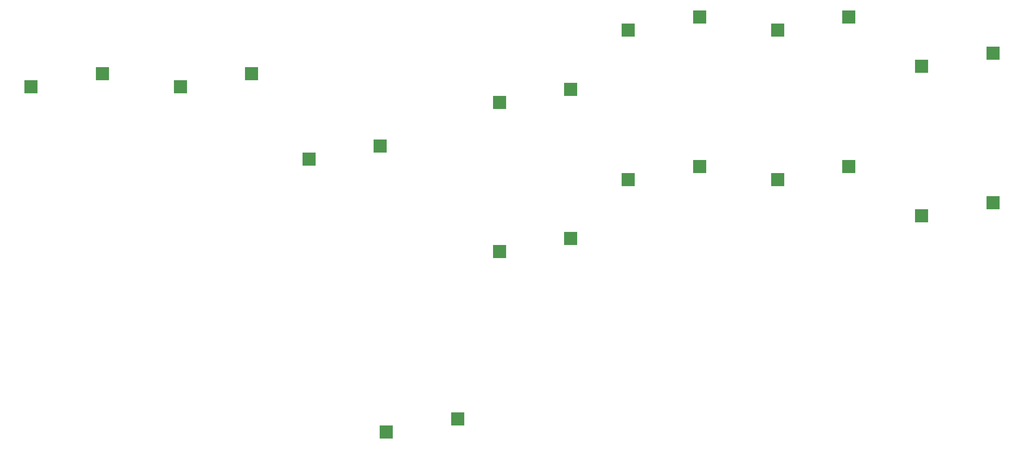
<source format=gbr>
%TF.GenerationSoftware,KiCad,Pcbnew,7.0.2*%
%TF.CreationDate,2023-09-05T17:50:18-07:00*%
%TF.ProjectId,takupcb-r2,74616b75-7063-4622-9d72-322e6b696361,rev?*%
%TF.SameCoordinates,Original*%
%TF.FileFunction,Paste,Bot*%
%TF.FilePolarity,Positive*%
%FSLAX46Y46*%
G04 Gerber Fmt 4.6, Leading zero omitted, Abs format (unit mm)*
G04 Created by KiCad (PCBNEW 7.0.2) date 2023-09-05 17:50:18*
%MOMM*%
%LPD*%
G01*
G04 APERTURE LIST*
%ADD10R,2.550000X2.500000*%
G04 APERTURE END LIST*
D10*
%TO.C,\u2193*%
X66210000Y-66080000D03*
X80060000Y-63540000D03*
%TD*%
%TO.C,O*%
X167060000Y-81540000D03*
X153210000Y-84080000D03*
%TD*%
%TO.C,\u25A1*%
X128210000Y-69080000D03*
X142060000Y-66540000D03*
%TD*%
%TO.C,X*%
X128210000Y-98080000D03*
X142060000Y-95540000D03*
%TD*%
%TO.C,\u2190*%
X37210000Y-66080000D03*
X51060000Y-63540000D03*
%TD*%
%TO.C,L2*%
X182210000Y-84080000D03*
X196060000Y-81540000D03*
%TD*%
%TO.C,\u2191*%
X106210000Y-133080000D03*
X120060000Y-130540000D03*
%TD*%
%TO.C,\u2192*%
X91210000Y-80080000D03*
X105060000Y-77540000D03*
%TD*%
%TO.C,R1*%
X210210000Y-62080000D03*
X224060000Y-59540000D03*
%TD*%
%TO.C,L1*%
X182210000Y-55080000D03*
X196060000Y-52540000D03*
%TD*%
%TO.C,\u25B3*%
X153210000Y-55080000D03*
X167060000Y-52540000D03*
%TD*%
%TO.C,R2*%
X224060000Y-88540000D03*
X210210000Y-91080000D03*
%TD*%
M02*

</source>
